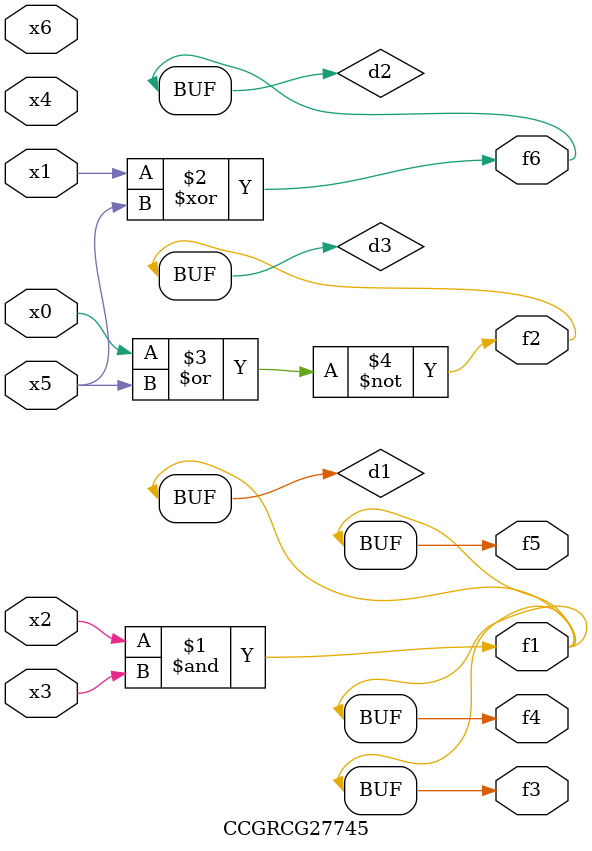
<source format=v>
module CCGRCG27745(
	input x0, x1, x2, x3, x4, x5, x6,
	output f1, f2, f3, f4, f5, f6
);

	wire d1, d2, d3;

	and (d1, x2, x3);
	xor (d2, x1, x5);
	nor (d3, x0, x5);
	assign f1 = d1;
	assign f2 = d3;
	assign f3 = d1;
	assign f4 = d1;
	assign f5 = d1;
	assign f6 = d2;
endmodule

</source>
